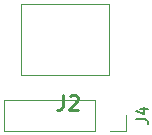
<source format=gto>
%TF.GenerationSoftware,KiCad,Pcbnew,(6.0.9)*%
%TF.CreationDate,2022-12-21T01:12:51+09:00*%
%TF.ProjectId,power,706f7765-722e-46b6-9963-61645f706362,rev?*%
%TF.SameCoordinates,Original*%
%TF.FileFunction,Legend,Top*%
%TF.FilePolarity,Positive*%
%FSLAX46Y46*%
G04 Gerber Fmt 4.6, Leading zero omitted, Abs format (unit mm)*
G04 Created by KiCad (PCBNEW (6.0.9)) date 2022-12-21 01:12:51*
%MOMM*%
%LPD*%
G01*
G04 APERTURE LIST*
%ADD10C,0.254000*%
%ADD11C,0.150000*%
%ADD12C,0.100000*%
%ADD13C,0.120000*%
G04 APERTURE END LIST*
D10*
%TO.C,J2*%
X114826666Y-78304523D02*
X114826666Y-79211666D01*
X114766190Y-79393095D01*
X114645238Y-79514047D01*
X114463809Y-79574523D01*
X114342857Y-79574523D01*
X115370952Y-78425476D02*
X115431428Y-78365000D01*
X115552380Y-78304523D01*
X115854761Y-78304523D01*
X115975714Y-78365000D01*
X116036190Y-78425476D01*
X116096666Y-78546428D01*
X116096666Y-78667380D01*
X116036190Y-78848809D01*
X115310476Y-79574523D01*
X116096666Y-79574523D01*
D11*
%TO.C,J4*%
X121022380Y-80358333D02*
X121736666Y-80358333D01*
X121879523Y-80405952D01*
X121974761Y-80501190D01*
X122022380Y-80644047D01*
X122022380Y-80739285D01*
X121355714Y-79453571D02*
X122022380Y-79453571D01*
X120974761Y-79691666D02*
X121689047Y-79929761D01*
X121689047Y-79310714D01*
D12*
%TO.C,J2*%
X118750000Y-70600000D02*
X118750000Y-76600000D01*
X111250000Y-76600000D02*
X111250000Y-70600000D01*
X111250000Y-70600000D02*
X118750000Y-70600000D01*
X118750000Y-76600000D02*
X111250000Y-76600000D01*
D13*
%TO.C,J4*%
X109850000Y-78695000D02*
X109850000Y-81355000D01*
X117530000Y-78695000D02*
X109850000Y-78695000D01*
X120130000Y-81355000D02*
X118800000Y-81355000D01*
X117530000Y-78695000D02*
X117530000Y-81355000D01*
X120130000Y-80025000D02*
X120130000Y-81355000D01*
X117530000Y-81355000D02*
X109850000Y-81355000D01*
%TD*%
M02*

</source>
